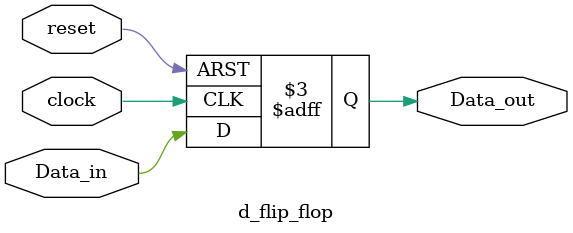
<source format=v>
`timescale 1ns / 1ps
module Q2(Data_out, Data_in, clock, reset);
    input [3:0] Data_in;
    input clock, reset;
    output [3:0] Data_out;
    d_flip_flop d0(Data_out[0], Data_in[0], clock, reset);
    d_flip_flop d1(Data_out[1], Data_in[1], clock, reset);
    d_flip_flop d2(Data_out[2], Data_in[2], clock, reset);
    d_flip_flop d3(Data_out[3], Data_in[3], clock, reset);
endmodule

module d_flip_flop(Data_out, Data_in, clock, reset);
    input Data_in, clock, reset;
    output Data_out;
    reg Data_out;
    always @(posedge clock or posedge reset)
    begin
        if (reset == 1) Data_out = 0;
        else Data_out = Data_in;
    end
endmodule

</source>
